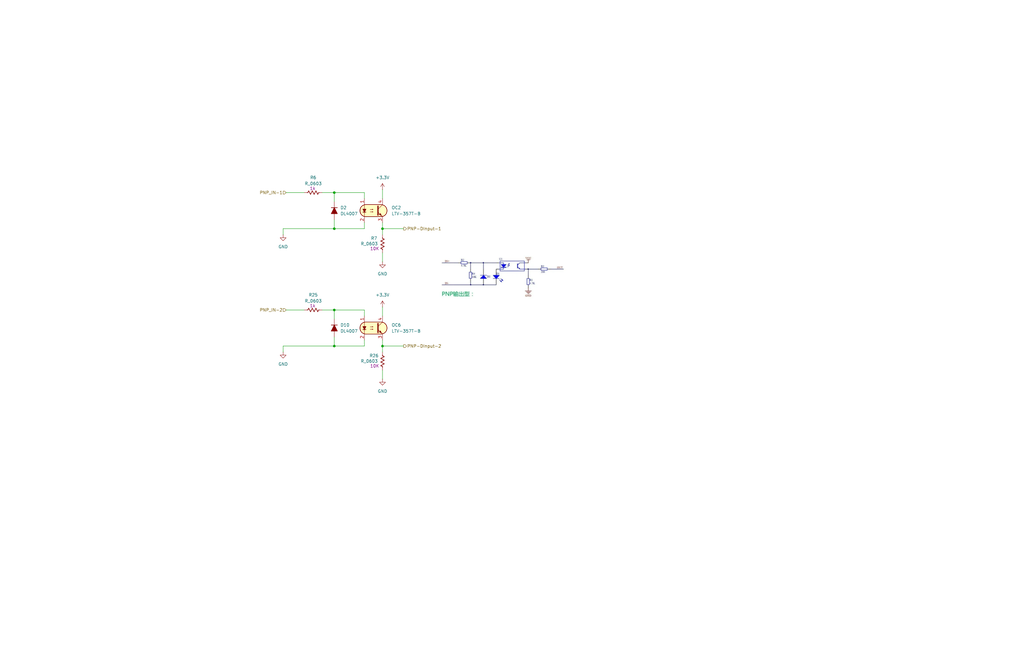
<source format=kicad_sch>
(kicad_sch (version 20250114) (generator "eeschema") (generator_version "9.0")
  (paper "USLedger")
  (lib_symbols
    (symbol "PCM_Diode_AKL:DL4007" (pin_numbers (hide yes)) (pin_names (offset 1.016) (hide yes))
      (property "Reference" "D" (at 0 5.08 0))
      (property "Value" "DL4007" (at 0 2.54 0))
      (symbol "DL4007_0_1"
        (polyline (pts (xy -1.27 1.27) (xy -1.27 -1.27) (xy 1.27 0) (xy -1.27 1.27)) (stroke (width 0.254)) (fill (type outline)))
        (polyline (pts (xy -1.27 0) (xy 1.27 0)))
        (polyline (pts (xy 1.27 1.27) (xy 1.27 -1.27)) (stroke (width 0.254)))
      )
      (symbol "DL4007_0_2"
        (polyline (pts (xy -2.54 -2.54) (xy 2.54 2.54)))
        (polyline (pts (xy -0.889 -0.889) (xy -1.778 0) (xy 0.889 0.889) (xy 0 -1.778) (xy -0.889 -0.889)) (stroke (width 0.254)) (fill (type outline)))
        (polyline (pts (xy 0 1.778) (xy 1.778 0)) (stroke (width 0.254)))
      )
      (symbol "DL4007_1_1"
        (pin passive line (at -3.81 0 0) (length 2.54) (name "A") (number "2"))
        (pin passive line (at 3.81 0 180) (length 2.54) (name "K") (number "1"))
      )
      (symbol "DL4007_1_2"
        (pin passive line (at -2.54 -2.54 0) (length 0) (name "A") (number "2"))
        (pin passive line (at 2.54 2.54 180) (length 0) (name "K") (number "1"))
      )
    )
    (symbol "PCM_Optocoupler_AKL:LTV-357T-B" (pin_names (offset 1.016))
      (property "Reference" "OC" (at 6.35 1.27 0))
      (property "Value" "LTV-357T-B" (at 6.35 -1.27 0))
      (symbol "LTV-357T-B_0_1"
        (polyline (pts (xy -4.445 -0.635) (xy -3.175 -0.635)) (stroke (width 0.254)))
        (polyline (pts (xy -3.81 -0.635) (xy -4.445 0.635) (xy -3.175 0.635) (xy -3.81 -0.635)) (stroke (width 0.254)) (fill (type outline)))
        (polyline (pts (xy -3.81 -2.54) (xy -3.81 -1.27) (xy -3.81 2.54)) (stroke (width 0.1524)))
        (polyline (pts (xy -3.175 2.54) (xy 3.175 2.54)) (stroke (width 0.254)))
        (arc (start -3.1975 -2.54) (mid -5.7151 0) (end -3.1975 2.54) (stroke (width 0.254)))
        (polyline (pts (xy -2.54 2.54) (xy 3.429 2.54) (xy 4.318 2.286) (xy 4.699 2.032) (xy 5.08 1.651) (xy 5.461 1.016) (xy 5.715 0.381) (xy 5.715 -0.381) (xy 5.461 -1.143) (xy 4.826 -1.905) (xy 4.191 -2.286) (xy 3.302 -2.54) (xy -3.81 -2.54) (xy -3.81 -2.54) (xy -4.572 -2.032) (xy -5.08 -1.778) (xy -5.588 -0.508) (xy -5.588 0.254) (xy -5.588 1.016) (xy -5.08 1.778) (xy -4.318 2.286) (xy -3.556 2.54) (xy -2.54 2.54)) (stroke (width 0.01)) (fill (type background)))
        (polyline (pts (xy -1.397 0.508) (xy -0.127 0.508) (xy -0.508 0.381) (xy -0.508 0.635) (xy -0.127 0.508)))
        (polyline (pts (xy -1.397 -0.508) (xy -0.127 -0.508) (xy -0.508 -0.635) (xy -0.508 -0.381) (xy -0.127 -0.508)))
        (polyline (pts (xy 1.905 1.905) (xy 1.905 -1.905) (xy 1.905 -1.905)) (stroke (width 0.508)))
        (polyline (pts (xy 1.905 0.635) (xy 3.81 2.54)))
        (polyline (pts (xy 2.413 -1.651) (xy 2.921 -1.143) (xy 3.429 -2.159) (xy 2.413 -1.651) (xy 2.413 -1.651)) (fill (type outline)))
        (arc (start 3.1975 2.54) (mid 5.7151 0) (end 3.1975 -2.54) (stroke (width 0.254)))
        (polyline (pts (xy 3.175 -2.54) (xy -3.175 -2.54)) (stroke (width 0.254)))
        (polyline (pts (xy 3.81 -2.54) (xy 1.905 -0.635)) (fill (type outline)))
      )
      (symbol "LTV-357T-B_1_1"
        (pin passive line (at -3.81 5.08 270) (length 2.54) (name "~") (number "1"))
        (pin passive line (at -3.81 -5.08 90) (length 2.54) (name "~") (number "2"))
        (pin passive line (at 3.81 5.08 270) (length 2.54) (name "~") (number "4"))
        (pin passive line (at 3.81 -5.08 90) (length 2.54) (name "~") (number "3"))
      )
    )
    (symbol "PCM_Resistor_US_AKL:R_0603" (pin_numbers (hide yes)) (pin_names (offset 0))
      (property "Reference" "R" (at 2.54 1.27 0))
      (property "Value" "R_0603" (at 2.54 -1.27 0))
      (symbol "R_0603_0_1"
        (polyline (pts (xy 0 2.286) (xy 0 2.54)) (stroke (width 0.254)))
        (polyline (pts (xy 0 2.286) (xy 0.762 1.905) (xy -0.762 1.143) (xy 0 0.762) (xy 0.762 0.381) (xy 0 0) (xy -0.762 -0.381) (xy 0 -0.762) (xy 0.762 -1.143) (xy 0 -1.524) (xy -0.762 -1.905) (xy 0 -2.286)) (stroke (width 0.254)))
        (polyline (pts (xy 0 -2.286) (xy 0 -2.54)) (stroke (width 0.254)))
      )
      (symbol "R_0603_0_2"
        (polyline (pts (xy -2.54 -2.54) (xy -1.778 -1.778)))
        (polyline (pts (xy -1.778 -1.778) (xy -1.524 -1.524)) (stroke (width 0.254)))
        (polyline (pts (xy -1.524 -1.524) (xy -1.778 -0.762) (xy -1.016 -1.016)) (stroke (width 0.254)))
        (polyline (pts (xy -0.508 -0.508) (xy -0.762 0.254) (xy 0 0)) (stroke (width 0.254)))
        (polyline (pts (xy -0.508 -0.508) (xy -0.254 -1.27) (xy -1.016 -1.016)) (stroke (width 0.254)))
        (polyline (pts (xy 0.508 0.508) (xy 0.254 1.27) (xy 1.016 1.016)) (stroke (width 0.254)))
        (polyline (pts (xy 0.508 0.508) (xy 0.762 -0.254) (xy 0 0)) (stroke (width 0.254)))
        (polyline (pts (xy 1.524 1.524) (xy 1.778 0.762) (xy 1.016 1.016)) (stroke (width 0.254)))
        (polyline (pts (xy 1.778 1.778) (xy 1.524 1.524)) (stroke (width 0.254)))
        (polyline (pts (xy 1.778 1.778) (xy 2.54 2.54)))
      )
      (symbol "R_0603_1_1"
        (pin passive line (at 0 3.81 270) (length 1.27) (name "~") (number "1"))
        (pin passive line (at 0 -3.81 90) (length 1.27) (name "~") (number "2"))
      )
      (symbol "R_0603_1_2"
        (pin passive line (at -2.54 -2.54 0) (length 0) (name "") (number "2"))
        (pin passive line (at 2.54 2.54 180) (length 0) (name "") (number "1"))
      )
    )
    (symbol "power:+3.3V" (power) (pin_numbers (hide yes)) (pin_names (offset 0) (hide yes))
      (property "Value" "+3.3V" (at 0 3.556 0))
      (symbol "+3.3V_0_1"
        (polyline (pts (xy -0.762 1.27) (xy 0 2.54)))
        (polyline (pts (xy 0 2.54) (xy 0.762 1.27)))
        (polyline (pts (xy 0 0) (xy 0 2.54)))
      )
      (symbol "+3.3V_1_1"
        (pin power_in line (at 0 0 90) (length 0) (name "~") (number "1"))
      )
    )
    (symbol "power:GND" (power) (pin_numbers (hide yes)) (pin_names (offset 0) (hide yes))
      (property "Value" "GND" (at 0 -3.81 0))
      (symbol "GND_0_1"
        (polyline (pts (xy 0 0) (xy 0 -1.27) (xy 1.27 -1.27) (xy 0 -2.54) (xy -1.27 -1.27) (xy 0 -1.27)))
      )
      (symbol "GND_1_1"
        (pin power_in line (at 0 0 270) (length 0) (name "~") (number "1"))
      )
    )
  )
  (junction (at 140.97 96.52))
  (junction (at 161.29 146.05))
  (junction (at 161.29 96.52))
  (junction (at 140.97 146.05))
  (junction (at 140.97 81.28))
  (junction (at 140.97 130.81))
  (wire (pts (xy 140.97 146.05) (xy 153.67 146.05)))
  (wire (pts (xy 135.89 81.28) (xy 140.97 81.28)))
  (wire (pts (xy 140.97 96.52) (xy 153.67 96.52)))
  (wire (pts (xy 161.29 146.05) (xy 170.18 146.05)))
  (wire (pts (xy 161.29 129.54) (xy 161.29 133.35)))
  (wire (pts (xy 153.67 143.51) (xy 153.67 146.05)))
  (wire (pts (xy 153.67 83.82) (xy 153.67 81.28)))
  (wire (pts (xy 161.29 96.52) (xy 170.18 96.52)))
  (wire (pts (xy 120.65 81.28) (xy 128.27 81.28)))
  (wire (pts (xy 161.29 96.52) (xy 161.29 99.06)))
  (wire (pts (xy 140.97 81.28) (xy 140.97 85.09)))
  (wire (pts (xy 161.29 143.51) (xy 161.29 146.05)))
  (wire (pts (xy 161.29 93.98) (xy 161.29 96.52)))
  (wire (pts (xy 140.97 142.24) (xy 140.97 146.05)))
  (wire (pts (xy 161.29 80.01) (xy 161.29 83.82)))
  (wire (pts (xy 140.97 130.81) (xy 140.97 134.62)))
  (wire (pts (xy 119.38 96.52) (xy 140.97 96.52)))
  (wire (pts (xy 161.29 106.68) (xy 161.29 110.49)))
  (wire (pts (xy 120.65 130.81) (xy 128.27 130.81)))
  (wire (pts (xy 161.29 156.21) (xy 161.29 160.02)))
  (wire (pts (xy 119.38 99.06) (xy 119.38 96.52)))
  (wire (pts (xy 161.29 146.05) (xy 161.29 148.59)))
  (wire (pts (xy 140.97 92.71) (xy 140.97 96.52)))
  (wire (pts (xy 119.38 146.05) (xy 140.97 146.05)))
  (wire (pts (xy 135.89 130.81) (xy 140.97 130.81)))
  (wire (pts (xy 153.67 133.35) (xy 153.67 130.81)))
  (wire (pts (xy 140.97 81.28) (xy 153.67 81.28)))
  (wire (pts (xy 119.38 146.05) (xy 119.38 148.59)))
  (wire (pts (xy 153.67 93.98) (xy 153.67 96.52)))
  (wire (pts (xy 140.97 130.81) (xy 153.67 130.81)))
  (image (at 212.09 118.11) (scale 0.297512))
  (hierarchical_label "PNP-DInput-1" (shape output) (at 170.18 96.52 0))
  (hierarchical_label "PNP-DInput-2" (shape output) (at 170.18 146.05 0))
  (hierarchical_label "PNP_IN-2" (shape input) (at 120.65 130.81 180))
  (hierarchical_label "PNP_IN-1" (shape input) (at 120.65 81.28 180))
  (symbol (lib_id "PCM_Diode_AKL:DL4007") (at 140.97 138.43 90) (unit 1)
    (property "Reference" "D10" (at 143.51 137.1599 90) (effects (justify right)))
    (property "Value" "DL4007" (at 143.51 139.6999 90) (effects (justify right)))
    (property "Footprint" "PCM_Diode_SMD_AKL:D_MELF" (effects (hide yes)))
    (property "Datasheet" "https://www.diodes.com/assets/Datasheets/products_inactive_data/ds16001.pdf" (effects (hide yes)))
    (property "Description" "MELF Diode, Rectifier, 1000V, 1A, Alternate KiCad Library" (effects (hide yes)))
  )
  (symbol (lib_id "power:GND") (at 161.29 110.49 0) (unit 1)
    (property "Reference" "#PWR027" (effects (hide yes)))
    (property "Value" "GND" (at 161.29 115.57 0))
    (property "Description" "Power symbol creates a global label with name \"GND\" , ground" (effects (hide yes)))
  )
  (symbol (lib_id "PCM_Optocoupler_AKL:LTV-357T-B") (at 157.48 88.9 0) (unit 1)
    (property "Reference" "OC2" (at 165.1 87.6299 0) (effects (justify left)))
    (property "Value" "LTV-357T-B" (at 165.1 90.1699 0) (effects (justify left)))
    (property "Footprint" "PCM_Package_SO_AKL:SO-4_4.4x3.9mm_P2.54mm" (effects (hide yes)))
    (property "Datasheet" "https://www.tme.eu/Document/4ccb1404604244f2e07aa15af3469fcc/LTV-357T.pdf" (effects (hide yes)))
    (property "Description" "SO-4 Optocoupler, Transistor output, 3.75kV, 18us, Alternate KiCAD Library" (effects (hide yes)))
  )
  (symbol (lib_id "power:+3.3V") (at 161.29 80.01 0) (unit 1)
    (property "Reference" "#PWR026" (effects (hide yes)))
    (property "Value" "+3.3V" (at 161.29 74.93 0))
    (property "Description" "Power symbol creates a global label with name \"+3.3V\"" (effects (hide yes)))
  )
  (symbol (lib_id "power:+3.3V") (at 161.29 129.54 0) (unit 1)
    (property "Reference" "#PWR057" (effects (hide yes)))
    (property "Value" "+3.3V" (at 161.29 124.46 0))
    (property "Description" "Power symbol creates a global label with name \"+3.3V\"" (effects (hide yes)))
  )
  (symbol (lib_id "PCM_Resistor_US_AKL:R_0603") (at 132.08 130.81 90) (unit 1)
    (property "Reference" "R25" (at 132.08 124.46 90))
    (property "Value" "R_0603" (at 132.08 127 90))
    (property "Footprint" "PCM_Resistor_SMD_AKL:R_0603_1608Metric" (effects (hide yes)))
    (property "Description" "SMD 0603 Chip Resistor, US Symbol, Alternate KiCad Library" (effects (hide yes)))
    (property "Capacidad " "1k" (at 131.826 129.032 90))
  )
  (symbol (lib_id "power:GND") (at 161.29 160.02 0) (unit 1)
    (property "Reference" "#PWR058" (effects (hide yes)))
    (property "Value" "GND" (at 161.29 165.1 0))
    (property "Description" "Power symbol creates a global label with name \"GND\" , ground" (effects (hide yes)))
  )
  (symbol (lib_id "power:GND") (at 119.38 148.59 0) (unit 1)
    (property "Reference" "#PWR059" (effects (hide yes)))
    (property "Value" "GND" (at 119.38 153.67 0))
    (property "Description" "Power symbol creates a global label with name \"GND\" , ground" (effects (hide yes)))
  )
  (symbol (lib_id "PCM_Optocoupler_AKL:LTV-357T-B") (at 157.48 138.43 0) (unit 1)
    (property "Reference" "OC6" (at 165.1 137.1599 0) (effects (justify left)))
    (property "Value" "LTV-357T-B" (at 165.1 139.6999 0) (effects (justify left)))
    (property "Footprint" "PCM_Package_SO_AKL:SO-4_4.4x3.9mm_P2.54mm" (effects (hide yes)))
    (property "Datasheet" "https://www.tme.eu/Document/4ccb1404604244f2e07aa15af3469fcc/LTV-357T.pdf" (effects (hide yes)))
    (property "Description" "SO-4 Optocoupler, Transistor output, 3.75kV, 18us, Alternate KiCAD Library" (effects (hide yes)))
  )
  (symbol (lib_id "power:GND") (at 119.38 99.06 0) (unit 1)
    (property "Reference" "#PWR060" (effects (hide yes)))
    (property "Value" "GND" (at 119.38 104.14 0))
    (property "Description" "Power symbol creates a global label with name \"GND\" , ground" (effects (hide yes)))
  )
  (symbol (lib_id "PCM_Resistor_US_AKL:R_0603") (at 161.29 102.87 180) (unit 1)
    (property "Reference" "R7" (at 157.734 100.584 0))
    (property "Value" "R_0603" (at 155.702 102.87 0))
    (property "Footprint" "PCM_Resistor_SMD_AKL:R_0603_1608Metric" (effects (hide yes)))
    (property "Description" "SMD 0603 Chip Resistor, US Symbol, Alternate KiCad Library" (effects (hide yes)))
    (property "Capacidad " "10K" (at 157.988 104.902 0))
  )
  (symbol (lib_id "PCM_Diode_AKL:DL4007") (at 140.97 88.9 90) (unit 1)
    (property "Reference" "D2" (at 143.51 87.6299 90) (effects (justify right)))
    (property "Value" "DL4007" (at 143.51 90.1699 90) (effects (justify right)))
    (property "Footprint" "PCM_Diode_SMD_AKL:D_MELF" (effects (hide yes)))
    (property "Datasheet" "https://www.diodes.com/assets/Datasheets/products_inactive_data/ds16001.pdf" (effects (hide yes)))
    (property "Description" "MELF Diode, Rectifier, 1000V, 1A, Alternate KiCad Library" (effects (hide yes)))
  )
  (symbol (lib_id "PCM_Resistor_US_AKL:R_0603") (at 132.08 81.28 90) (unit 1)
    (property "Reference" "R6" (at 132.08 74.93 90))
    (property "Value" "R_0603" (at 132.08 77.47 90))
    (property "Footprint" "PCM_Resistor_SMD_AKL:R_0603_1608Metric" (effects (hide yes)))
    (property "Description" "SMD 0603 Chip Resistor, US Symbol, Alternate KiCad Library" (effects (hide yes)))
    (property "Capacidad " "1k" (at 131.826 79.502 90))
  )
  (symbol (lib_id "PCM_Resistor_US_AKL:R_0603") (at 161.29 152.4 180) (unit 1)
    (property "Reference" "R26" (at 157.734 150.114 0))
    (property "Value" "R_0603" (at 155.702 152.4 0))
    (property "Footprint" "PCM_Resistor_SMD_AKL:R_0603_1608Metric" (effects (hide yes)))
    (property "Description" "SMD 0603 Chip Resistor, US Symbol, Alternate KiCad Library" (effects (hide yes)))
    (property "Capacidad " "10K" (at 157.988 154.432 0))
  )
)
</source>
